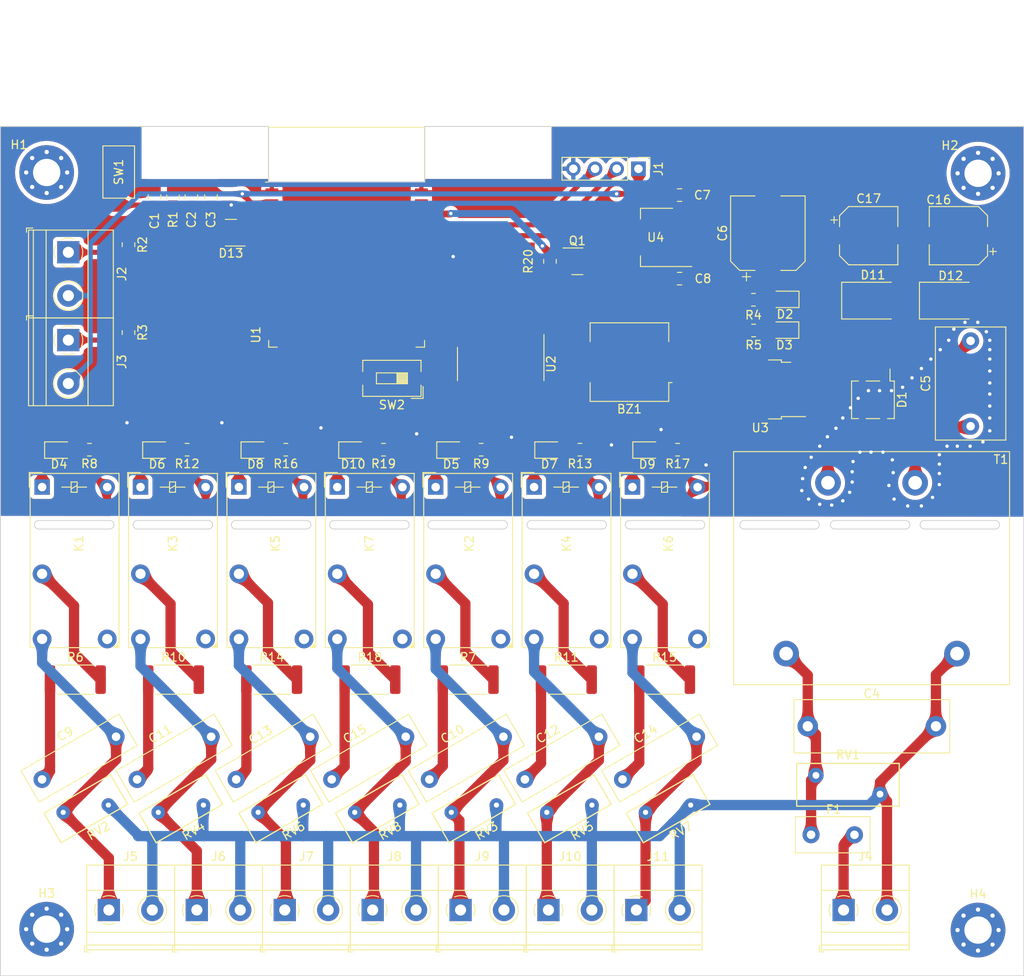
<source format=kicad_pcb>
(kicad_pcb (version 20221018) (generator pcbnew)
  (layers (0 "F.Cu" signal) (31 "B.Cu" signal) (34 "B.Paste" user) (35 "F.Paste" user) (36 "B.SilkS" user "B.Silkscreen") (37 "F.SilkS" user "F.Silkscreen") (38 "B.Mask" user) (39 "F.Mask" user) (44 "Edge.Cuts" user))
  (net 0 "")
  (net 1 "+5V")
  (net 2 "BUZZER")
  (net 3 "RST")
  (net 4 "GNDREF")
  (net 5 "+3V3")
  (net 6 "N")
  (net 7 "L")
  (net 8 "Net-(T1-SB)")
  (net 9 "Net-(T1-SA)")
  (net 10 "Net-(C9-Pad1)")
  (net 11 "L0")
  (net 12 "Net-(C10-Pad1)")
  (net 13 "L4")
  (net 14 "Net-(C11-Pad1)")
  (net 15 "L1")
  (net 16 "Net-(C12-Pad1)")
  (net 17 "L5")
  (net 18 "Net-(C13-Pad1)")
  (net 19 "L2")
  (net 20 "Net-(C14-Pad1)")
  (net 21 "L6")
  (net 22 "Net-(C15-Pad1)")
  (net 23 "L3")
  (net 24 "+12V")
  (net 25 "Net-(D1-+)")
  (net 26 "Net-(D2-A)")
  (net 27 "RELAY0")
  (net 28 "Net-(D3-A)")
  (net 29 "RELAY4")
  (net 30 "Net-(D4-A)")
  (net 31 "RELAY1")
  (net 32 "Net-(D5-A)")
  (net 33 "RELAY5")
  (net 34 "Net-(D6-A)")
  (net 35 "RELAY2")
  (net 36 "Net-(D7-A)")
  (net 37 "RELAY6")
  (net 38 "Net-(D8-A)")
  (net 39 "RELAY3")
  (net 40 "Net-(D9-A)")
  (net 41 "Net-(D10-A)")
  (net 42 "RXD0")
  (net 43 "TXD0")
  (net 44 "TEMP0")
  (net 45 "TEMP1")
  (net 46 "IO22")
  (net 47 "Net-(J4-Pin_1)")
  (net 48 "Net-(U1-IO0)")
  (net 64 "IO2")
  (net 66 "IO4")
  (net 67 "IO16")
  (net 68 "IO17")
  (net 69 "IO5")
  (net 70 "IO18")
  (net 71 "IO19")
  (net 73 "IO21")
  (net 76 "Net-(K1-Pad11)")
  (net 83 "Net-(K2-Pad11)")
  (net 84 "Net-(K3-Pad11)")
  (net 85 "Net-(K4-Pad11)")
  (net 86 "Net-(K5-Pad11)")
  (net 87 "Net-(K6-Pad11)")
  (net 88 "Net-(K7-Pad11)")
  (footprint "Capacitor_SMD:C_0805_2012Metric" (layer "F.Cu") (at 115.4575 60.42083 90)
    (fp_text reference "C3")
    (fp_text value "100nF")
  )
  (footprint "MountingHole:MountingHole_3.2mm_M3_Pad_Via" (layer "F.Cu") (at 96.2315 57.55583)
    (fp_text reference "H1")
    (fp_text value "MountingHole")
  )
  (footprint "Package_TO_SOT_SMD:TO-269AA" (layer "F.Cu") (at 192.9275 84.16983 -90)
    (fp_text reference "D1")
    (fp_text value "DB157S")
  )
  (footprint "Fuse:Fuse_Littelfuse_395Series" (layer "F.Cu") (at 185.6885 135.09683)
    (fp_text reference "F1")
    (fp_text value "MFS1630A - FUSE 6.3A 250V")
  )
  (footprint "Resistor_SMD:R_0805_2012Metric" (layer "F.Cu") (at 101.2335 90.01183 180)
    (fp_text reference "R8")
    (fp_text value "1K")
  )
  (footprint "LED_SMD:LED_0805_2012Metric" (layer "F.Cu") (at 109.149833 90.05683)
    (fp_text reference "D6")
    (fp_text value "Led_Green")
  )
  (footprint "Capacitor_SMD:C_0805_2012Metric" (layer "F.Cu") (at 113.1715 60.42083 90)
    (fp_text reference "C2")
    (fp_text value "10uF")
  )
  (footprint "Connector_PinHeader_2.54mm:PinHeader_1x04_P2.54mm_Vertical" (layer "F.Cu") (at 165.4855 57.11883 -90)
    (fp_text reference "J1")
    (fp_text value "UART")
  )
  (footprint "Resistor_SMD:R_2512_6332Metric" (layer "F.Cu") (at 134.063 116.93583)
    (fp_text reference "R18")
    (fp_text value "68R")
  )
  (footprint "TerminalBlock_Phoenix:TerminalBlock_Phoenix_MKDS-1,5-2-5.08_1x02_P5.08mm_Horizontal" (layer "F.Cu") (at 189.4935 143.91083)
    (fp_text reference "J4")
    (fp_text value "Conn_01x02")
  )
  (footprint "Resistor_SMD:R_0805_2012Metric" (layer "F.Cu") (at 147.0805 90.01183 180)
    (fp_text reference "R9")
    (fp_text value "1K")
  )
  (footprint "Resistor_SMD:R_0805_2012Metric" (layer "F.Cu") (at 124.2205 90.01183 180)
    (fp_text reference "R16")
    (fp_text value "1K")
  )
  (footprint "Capacitor_THT:C_Rect_L13.0mm_W4.0mm_P10.00mm_FKS3_FKP3_MKS4" (layer "F.Cu") (at 141.019373 128.61983 30)
    (fp_text reference "C10")
    (fp_text value "10nF")
  )
  (footprint "Resistor_SMD:R_0805_2012Metric" (layer "F.Cu") (at 112.6635 90.01183 180)
    (fp_text reference "R12")
    (fp_text value "1K")
  )
  (footprint "Varistor:RV_Disc_D12mm_W5mm_P7.5mm" (layer "F.Cu") (at 193.7565 130.34683 180)
    (fp_text reference "RV1")
    (fp_text value "Varistor")
  )
  (footprint "TerminalBlock_Phoenix:TerminalBlock_Phoenix_MKDS-1,5-2-5.08_1x02_P5.08mm_Horizontal" (layer "F.Cu") (at 98.7695 66.89783 -90)
    (fp_text reference "J2")
    (fp_text value "TEMP0")
  )
  (footprint "LED_SMD:LED_0805_2012Metric" (layer "F.Cu") (at 97.6775 90.05683)
    (fp_text reference "D4")
    (fp_text value "Led_Green")
  )
  (footprint "Varistor:RV_Disc_D9mm_W4mm_P5mm" (layer "F.Cu") (at 132.28331 132.476106 30)
    (fp_text reference "RV8")
    (fp_text value "Varistor")
  )
  (footprint "Capacitor_SMD:C_0805_2012Metric" (layer "F.Cu") (at 108.8535 60.42083 90)
    (fp_text reference "C1")
    (fp_text value "100nF")
  )
  (footprint "Capacitor_SMD:C_0805_2012Metric" (layer "F.Cu") (at 170.2985 60.20283)
    (fp_text reference "C7")
    (fp_text value "10uF 16V")
  )
  (footprint "Capacitor_SMD:C_0805_2012Metric" (layer "F.Cu") (at 170.2985 69.98183 180)
    (fp_text reference "C8")
    (fp_text value "10uF 16V")
  )
  (footprint "Resistor_SMD:R_0805_2012Metric" (layer "F.Cu") (at 105.8055 76.29583 90)
    (fp_text reference "R3")
    (fp_text value "10K")
  )
  (footprint "Button_Switch_SMD:SW_SPST_CK_RS282G05A3" (layer "F.Cu") (at 104.6625 57.49983 -90)
    (fp_text reference "SW1")
    (fp_text value "RESET")
  )
  (footprint "Varistor:RV_Disc_D9mm_W4mm_P5mm" (layer "F.Cu") (at 154.76231 132.476106 30)
    (fp_text reference "RV5")
    (fp_text value "Varistor")
  )
  (footprint "TerminalBlock_Phoenix:TerminalBlock_Phoenix_MKDS-1,5-2-5.08_1x02_P5.08mm_Horizontal" (layer "F.Cu") (at 103.5145 143.91083)
    (fp_text reference "J5")
    (fp_text value "Conn_01x02")
  )
  (footprint "TerminalBlock_Phoenix:TerminalBlock_Phoenix_MKDS-1,5-2-5.08_1x02_P5.08mm_Horizontal" (layer "F.Cu") (at 124.0935 143.91083)
    (fp_text reference "J7")
    (fp_text value "Conn_01x02")
  )
  (footprint "Varistor:RV_Disc_D9mm_W4mm_P5mm" (layer "F.Cu") (at 98.16731 132.476106 30)
    (fp_text reference "RV2")
    (fp_text value "Varistor")
  )
  (footprint "TerminalBlock_Phoenix:TerminalBlock_Phoenix_MKDS-1,5-2-5.08_1x02_P5.08mm_Horizontal" (layer "F.Cu") (at 134.3805 143.91083)
    (fp_text reference "J8")
    (fp_text value "Conn_01x02")
  )
  (footprint "Resistor_SMD:R_0805_2012Metric" (layer "F.Cu") (at 158.6375 90.01183 180)
    (fp_text reference "R13")
    (fp_text value "1K")
  )
  (footprint "Relay_THT:Relay_SPDT_Finder_32.21-x000" (layer "F.Cu") (at 164.786 94.39133 -90)
    (fp_text reference "K6")
    (fp_text value "FINDER-32.21-x000")
  )
  (footprint "Package_TO_SOT_SMD:TO-252-2" (layer "F.Cu") (at 179.7425 82.95583 180)
    (fp_text reference "U3")
    (fp_text value "L7805")
  )
  (footprint "Resistor_SMD:R_2512_6332Metric" (layer "F.Cu") (at 99.5825 116.93583)
    (fp_text reference "R6")
    (fp_text value "68R")
  )
  (footprint "Capacitor_THT:C_Rect_L13.0mm_W8.0mm_P10.00mm_FKS3_FKP3_MKS4" (layer "F.Cu") (at 204.3575 87.26483 90)
    (fp_text reference "C5")
    (fp_text value "220nF")
  )
  (footprint "Diode_SMD:D_SMB" (layer "F.Cu") (at 192.9315 72.55583)
    (fp_text reference "D11")
    (fp_text value "SS34")
  )
  (footprint "Relay_THT:Relay_SPDT_Finder_32.21-x000" (layer "F.Cu") (at 153.27133 94.39133 -90)
    (fp_text reference "K4")
    (fp_text value "FINDER-32.21-x000")
  )
  (footprint "Capacitor_THT:C_Rect_L13.0mm_W4.0mm_P10.00mm_FKS3_FKP3_MKS4" (layer "F.Cu") (at 163.625373 128.61983 30)
    (fp_text reference "C14")
    (fp_text value "10nF")
  )
  (footprint "Relay_THT:Relay_SPDT_Finder_32.21-x000" (layer "F.Cu") (at 130.241998 94.39133 -90)
    (fp_text reference "K7")
    (fp_text value "FINDER-32.21-x000")
  )
  (footprint "Relay_THT:Relay_SPDT_Finder_32.21-x000" (layer "F.Cu") (at 95.698 94.39133 -90)
    (fp_text reference "K1")
    (fp_text value "FINDER-32.21-x000")
  )
  (footprint "Relay_THT:Relay_SPDT_Finder_32.21-x000" (layer "F.Cu") (at 141.756664 94.39133 -90)
    (fp_text reference "K2")
    (fp_text value "FINDER-32.21-x000")
  )
  (footprint "Varistor:RV_Disc_D9mm_W4mm_P5mm" (layer "F.Cu") (at 120.98031 132.476106 30)
    (fp_text reference "RV6")
    (fp_text value "Varistor")
  )
  (footprint "LED_SMD:LED_0805_2012Metric" (layer "F.Cu") (at 120.6645 90.05683)
    (fp_text reference "D8")
    (fp_text value "Led_Green")
  )
  (footprint "Varistor:RV_Disc_D9mm_W4mm_P5mm" (layer "F.Cu") (at 143.58631 132.476106 30)
    (fp_text reference "RV3")
    (fp_text value "Varistor")
  )
  (footprint "Relay_THT:Relay_SPDT_Finder_32.21-x000" (layer "F.Cu") (at 107.212666 94.39133 -90)
    (fp_text reference "K3")
    (fp_text value "FINDER-32.21-x000")
  )
  (footprint "Capacitor_THT:C_Rect_L13.0mm_W4.0mm_P10.00mm_FKS3_FKP3_MKS4" (layer "F.Cu") (at 152.195373 128.61983 30)
    (fp_text reference "C12")
    (fp_text value "10nF")
  )
  (footprint "Package_TO_SOT_SMD:SOT-23" (layer "F.Cu") (at 117.794 64.60583 180)
    (fp_text reference "D13")
    (fp_text value "SM712_SOT23")
  )
  (footprint "Varistor:RV_Disc_D9mm_W4mm_P5mm" (layer "F.Cu") (at 166.31931 132.476106 30)
    (fp_text reference "RV7")
    (fp_text value "Varistor")
  )
  (footprint "Capacitor_SMD:CP_Elec_8x10.5" (layer "F.Cu") (at 180.6315 64.65583 90)
    (fp_text reference "C6")
    (fp_text value "220UF 25V")
  )
  (footprint "Buzzer_Beeper:Buzzer_CUI_CPT-9019S-SMT" (layer "F.Cu") (at 164.4315 79.75583 180)
    (fp_text reference "BZ1")
    (fp_text value "Buzzer")
  )
  (footprint "Resistor_SMD:R_0805_2012Metric" (layer "F.Cu") (at 155.1315 67.95583 -90)
    (fp_text reference "R20")
    (fp_text value "10K")
  )
  (footprint "MountingHole:MountingHole_3.2mm_M3_Pad_Via" (layer "F.Cu") (at 205.227702 146.258774)
    (fp_text reference "H4")
    (fp_text value "MountingHole")
  )
  (footprint "TerminalBlock_Phoenix:TerminalBlock_Phoenix_MKDS-1,5-2-5.08_1x02_P5.08mm_Horizontal" (layer "F.Cu") (at 154.9545 143.91083)
    (fp_text reference "J10")
    (fp_text value "Conn_01x02")
  )
  (footprint "Resistor_SMD:R_0805_2012Metric" (layer "F.Cu") (at 178.9455 72.45583 180)
    (fp_text reference "R4")
    (fp_text value "330R")
  )
  (footprint "Resistor_SMD:R_2512_6332Metric" (layer "F.Cu") (at 168.5435 116.93583)
    (fp_text reference "R15")
    (fp_text value "68R")
  )
  (footprint "TerminalBlock_Phoenix:TerminalBlock_Phoenix_MKDS-1,5-2-5.08_1x02_P5.08mm_Horizontal" (layer "F.Cu") (at 165.2415 143.91083)
    (fp_text reference "J11")
    (fp_text value "Conn_01x02")
  )
  (footprint "LED_SMD:LED_0805_2012Metric" (layer "F.Cu") (at 143.566832 90.05683)
    (fp_text reference "D5")
    (fp_text value "Led_Green")
  )
  (footprint "Capacitor_THT:C_Rect_L18.0mm_W6.0mm_P15.00mm_FKS3_FKP3" (layer "F.Cu") (at 200.3005 122.39683 180)
    (fp_text reference "C4")
    (fp_text value "100nF")
  )
  (footprint "RF_Module:ESP32-WROOM-32" (layer "F.Cu") (at 131.3325 68.12283)
    (fp_text reference "U1")
    (fp_text value "ESP32-WROOM-32D")
  )
  (footprint "MountingHole:MountingHole_3.2mm_M3_Pad_Via" (layer "F.Cu") (at 96.2315 146.15583)
    (fp_text reference "H3")
    (fp_text value "MountingHole")
  )
  (footprint "Package_TO_SOT_SMD:SOT-23" (layer "F.Cu") (at 158.3315 67.95583)
    (fp_text reference "Q1")
    (fp_text value "2N7002")
  )
  (footprint "Capacitor_SMD:CP_Elec_6.3x7.7" (layer "F.Cu") (at 202.9315 64.95583 180)
    (fp_text reference "C16")
    (fp_text value "22uF-50")
  )
  (footprint "Resistor_SMD:R_2512_6332Metric" (layer "F.Cu") (at 122.5695 116.93583)
    (fp_text reference "R14")
    (fp_text value "68R")
  )
  (footprint "Resistor_SMD:R_0805_2012Metric" (layer "F.Cu") (at 178.969 76.05683 180)
    (fp_text reference "R5")
    (fp_text value "330R")
  )
  (footprint "TerminalBlock_Phoenix:TerminalBlock_Phoenix_MKDS-1,5-2-5.08_1x02_P5.08mm_Horizontal" (layer "F.Cu") (at 144.6675 143.91083)
    (fp_text reference "J9")
    (fp_text value "Conn_01x02")
  )
  (footprint "TerminalBlock_Phoenix:TerminalBlock_Phoenix_MKDS-1,5-2-5.08_1x02_P5.08mm_Horizontal" (layer "F.Cu") (at 113.8065 143.91083)
    (fp_text reference "J6")
    (fp_text value "Conn_01x02")
  )
  (footprint "Resistor_SMD:R_2512_6332Metric" (layer "F.Cu") (at 157.05 116.93583)
    (fp_text reference "R11")
    (fp_text value "68R")
  )
  (footprint "LED_SMD:LED_0805_2012Metric" (layer "F.Cu") (at 132.094499 90.05683)
    (fp_text reference "D10")
    (fp_text value "Led_Green")
  )
  (footprint "gkhnmlym:ASLAN220-12VAC" (layer "F.Cu") (at 176.6185 117.53683)
    (fp_text reference "T1")
    (fp_text value "Transformer_1P_1S")
  )
  (footprint "Resistor_SMD:R_2512_6332Metric" (layer "F.Cu") (at 111.076 116.93583)
    (fp_text reference "R10")
    (fp_text value "68R")
  )
  (footprint "Resistor_SMD:R_0805_2012Metric" (layer "F.Cu") (at 111.0125 60.42083 90)
    (fp_text reference "R1")
    (fp_text value "10K")
  )
  (footprint "Resistor_SMD:R_2512_6332Metric" (layer "F.Cu") (at 145.5565 116.93583)
    (fp_text reference "R7")
    (fp_text value "68R")
  )
  (footprint "LED_SMD:LED_0805_2012Metric" (layer "F.Cu") (at 155.039165 90.05683)
    (fp_text reference "D7")
    (fp_text value "Led_Green")
  )
  (footprint "Resistor_SMD:R_0805_2012Metric" (layer "F.Cu") (at 135.6505 90.01183 180)
    (fp_text reference "R19")
    (fp_text value "1K")
  )
  (footprint "MountingHole:MountingHole_3.2mm_M3_Pad_Via" (layer "F.Cu") (at 205.234444 57.652886)
    (fp_text reference "H2")
    (fp_text value "MountingHole")
  )
  (footprint "LED_SMD:LED_0805_2012Metric" (layer "F.Cu") (at 182.5875 72.41083 180)
    (fp_text reference "D2")
    (fp_text value "Led_Blue")
  )
  (footprint "Button_Switch_SMD:SW_DIP_SPSTx01_Slide_6.7x4.1mm_W6.73mm_P2.54mm_LowProfile_JPin" (layer "F.Cu") (at 136.6315 81.65583 180)
    (fp_text reference "SW2")
    (fp_text value "BOOT")
  )
  (footprint "Capacitor_THT:C_Rect_L13.0mm_W4.0mm_P10.00mm_FKS3_FKP3_MKS4" (layer "F.Cu") (at 118.413373 128.61983 30)
    (fp_text reference "C13")
    (fp_text value "10nF")
  )
  (footprint "Package_TO_SOT_SMD:SOT-223-3_TabPin2" (layer "F.Cu") (at 167.6315 65.15583 180)
    (fp_text reference "U4")
    (fp_text value "AMS1117-3.3")
  )
  (footprint "Resistor_SMD:R_0805_2012Metric" (layer "F.Cu") (at 105.8055 66.00883 90)
    (fp_text reference "R2")
    (fp_text value "10K")
  )
  (footprint "Diode_SMD:D_SMB" (layer "F.Cu") (at 202.0315 72.55583)
    (fp_text reference "D12")
    (fp_text value "SMAJ12CA")
  )
  (footprint "Capacitor_SMD:CP_Elec_6.3x7.7" (layer "F.Cu") (at 192.4315 64.95583)
    (fp_text reference "C17")
    (fp_text value "100uF-35")
  )
  (footprint "TerminalBlock_Phoenix:TerminalBlock_Phoenix_MKDS-1,5-2-5.08_1x02_P5.08mm_Horizontal" (layer "F.Cu") (at 98.7695 77.17983 -90)
    (fp_text reference "J3")
    (fp_text value "TEMP1")
  )
  (footprint "Resistor_SMD:R_0805_2012Metric" (layer "F.Cu") (at 170.0675 90.01183 180)
    (fp_text reference "R17")
    (fp_text value "1K")
  )
  (footprint "Varistor:RV_Disc_D9mm_W4mm_P5mm" (layer "F.Cu") (at 109.29631 132.476106 30)
    (fp_text reference "RV4")
    (fp_text value "Varistor")
  )
  (footprint "Package_SO:SOIC-16_3.9x9.9mm_P1.27mm" (layer "F.Cu") (at 149.3665 79.97883 -90)
    (fp_text reference "U2")
    (fp_text value "ULN2003A")
  )
  (footprint "LED_SMD:LED_0805_2012Metric" (layer "F.Cu") (at 166.5115 90.05683)
    (fp_text reference "D9")
    (fp_text value "Led_Green")
  )
  (footprint "Capacitor_THT:C_Rect_L13.0mm_W4.0mm_P10.00mm_FKS3_FKP3_MKS4" (layer "F.Cu") (at 95.6925 128.61983 30)
    (fp_text reference "C9")
    (fp_text value "10nF")
  )
  (footprint "LED_SMD:LED_0805_2012Metric" (layer "F.Cu") (at 182.565 76.01183 180)
    (fp_text reference "D3")
    (fp_text value "Led_Green")
  )
  (footprint "Capacitor_THT:C_Rect_L13.0mm_W4.0mm_P10.00mm_FKS3_FKP3_MKS4" (layer "F.Cu") (at 129.589373 128.61983 30)
    (fp_text reference "C15")
    (fp_text value "10nF")
  )
  (footprint "Relay_THT:Relay_SPDT_Finder_32.21-x000" (layer "F.Cu") (at 118.727332 94.39133 -90)
    (fp_text reference "K5")
    (fp_text value "FINDER-32.21-x000")
  )
  (footprint "Capacitor_THT:C_Rect_L13.0mm_W4.0mm_P10.00mm_FKS3_FKP3_MKS4" (layer "F.Cu") (at 106.8215 128.61983 30)
    (fp_text reference "C11")
    (fp_text value "10nF")
  )
  (gr_arc (start 138.15 98.3) (mid 138.65 98.8) (end 138.15 99.3) (stroke (width 0.1)) (layer "Edge.Cuts"))
  (gr_line (start 198.95 98.3) (end 207.25 98.3) (stroke (width 0.1)) (layer "Edge.Cuts"))
  (gr_line (start 210.5805 151.60683) (end 90.8195 151.60683) (stroke (width 0.1)) (layer "Edge.Cuts"))
  (gr_arc (start 126.65 98.3) (mid 127.15 98.8) (end 126.65 99.3) (stroke (width 0.1)) (layer "Edge.Cuts"))
  (gr_arc (start 196.75 98.3) (mid 197.25 98.8) (end 196.75 99.3) (stroke (width 0.1)) (layer "Edge.Cuts"))
  (gr_arc (start 149.65 98.3) (mid 150.15 98.8) (end 149.65 99.3) (stroke (width 0.1)) (layer "Edge.Cuts"))
  (gr_line (start 161.25 99.3) (end 152.95 99.3) (stroke (width 0.1)) (layer "Edge.Cuts"))
  (gr_line (start 90.8195 151.60683) (end 90.8195 52.16583) (stroke (width 0.1)) (layer "Edge.Cuts"))
  (gr_line (start 129.85 98.3) (end 138.15 98.3) (stroke (width 0.1)) (layer "Edge.Cuts"))
  (gr_line (start 207.25 99.3) (end 198.95 99.3) (stroke (width 0.1)) (layer "Edge.Cuts"))
  (gr_line (start 177.85 98.3) (end 186.15 98.3) (stroke (width 0.1)) (layer "Edge.Cuts"))
  (gr_arc (start 207.25 98.3) (mid 207.75 98.8) (end 207.25 99.3) (stroke (width 0.1)) (layer "Edge.Cuts"))
  (gr_arc (start 152.95 99.3) (mid 152.45 98.8) (end 152.95 98.3) (stroke (width 0.1)) (layer "Edge.Cuts"))
  (gr_line (start 140.4765 52.16583) (end 140.4765 58.64283) (stroke (width 0.1)) (layer "Edge.Cuts"))
  (gr_arc (start 95.3 99.3) (mid 94.8 98.8) (end 95.3 98.3) (stroke (width 0.1)) (layer "Edge.Cuts"))
  (gr_line (start 196.75 99.3) (end 188.45 99.3) (stroke (width 0.1)) (layer "Edge.Cuts"))
  (gr_arc (start 177.85 99.3) (mid 177.35 98.8) (end 177.85 98.3) (stroke (width 0.1)) (layer "Edge.Cuts"))
  (gr_arc (start 161.25 98.3) (mid 161.75 98.8) (end 161.25 99.3) (stroke (width 0.1)) (layer "Edge.Cuts"))
  (gr_line (start 115.15 99.3) (end 106.85 99.3) (stroke (width 0.1)) (layer "Edge.Cuts"))
  (gr_arc (start 129.85 99.3) (mid 129.35 98.8) (end 129.85 98.3) (stroke (width 0.1)) (layer "Edge.Cuts"))
  (gr_line (start 141.35 98.3) (end 149.65 98.3) (stroke (width 0.1)) (layer "Edge.Cuts"))
  (gr_line (start 140.4765 52.16583) (end 210.5805 52.16583) (stroke (width 0.1)) (layer "Edge.Cuts"))
  (gr_arc (start 186.15 98.3) (mid 186.65 98.8) (end 186.15 99.3) (stroke (width 0.1)) (layer "Edge.Cuts"))
  (gr_arc (start 115.15 98.3) (mid 115.65 98.8) (end 115.15 99.3) (stroke (width 0.1)) (layer "Edge.Cuts"))
  (gr_arc (start 164.45 99.3) (mid 163.95 98.8) (end 164.45 98.3) (stroke (width 0.1)) (layer "Edge.Cuts"))
  (gr_line (start 186.15 99.3) (end 177.85 99.3) (stroke (width 0.1)) (layer "Edge.Cuts"))
  (gr_line (start 149.65 99.3) (end 141.35 99.3) (stroke (width 0.1)) (layer "Edge.Cuts"))
  (gr_line (start 95.3 98.3) (end 103.6 98.3) (stroke (width 0.1)) (layer "Edge.Cuts"))
  (gr_arc (start 198.95 99.3) (mid 198.45 98.8) (end 198.95 98.3) (stroke (width 0.1)) (layer "Edge.Cuts"))
  (gr_line (start 152.95 98.3) (end 161.25 98.3) (stroke (width 0.1)) (layer "Edge.Cuts"))
  (gr_line (start 138.15 99.3) (end 129.85 99.3) (stroke (width 0.1)) (layer "Edge.Cuts"))
  (gr_arc (start 188.45 99.3) (mid 187.95 98.8) (end 188.45 98.3) (stroke (width 0.1)) (layer "Edge.Cuts"))
  (gr_line (start 172.75 99.3) (end 164.45 99.3) (stroke (width 0.1)) (layer "Edge.Cuts"))
  (gr_arc (start 172.75 98.3) (mid 173.25 98.8) (end 172.75 99.3) (stroke (width 0.1)) (layer "Edge.Cuts"))
  (gr_line (start 118.35 98.3) (end 126.65 98.3) (stroke (width 0.1)) (layer "Edge.Cuts"))
  (gr_arc (start 106.85 99.3) (mid 106.35 98.8) (end 106.85 98.3) (stroke (width 0.1)) (layer "Edge.Cuts"))
  (gr_line (start 106.85 98.3) (end 115.15 98.3) (stroke (width 0.1)) (layer "Edge.Cuts"))
  (gr_line (start 93.2325 52.16583) (end 122.1885 52.16583) (stroke (width 0.1)) (layer "Edge.Cuts"))
  (gr_line (start 210.5805 52.16583) (end 210.5805 151.60683) (stroke (width 0.1)) (layer "Edge.Cuts"))
  (gr_line (start 122.1885 52.16583) (end 122.1885 58.64283) (stroke (width 0.1)) (layer "Edge.Cuts"))
  (gr_line (start 90.8195 52.16583) (end 93.2325 52.16583) (stroke (width 0.1)) (layer "Edge.Cuts"))
  (gr_line (start 126.65 99.3) (end 118.35 99.3) (stroke (width 0.1)) (layer "Edge.Cuts"))
  (gr_line (start 103.6 99.3) (end 95.3 99.3) (stroke (width 0.1)) (layer "Edge.Cuts"))
  (gr_arc (start 118.35 99.3) (mid 117.85 98.8) (end 118.35 98.3) (stroke (width 0.1)) (layer "Edge.Cuts"))
  (gr_line (start 188.45 98.3) (end 196.75 98.3) (stroke (width 0.1)) (layer "Edge.Cuts"))
  (gr_line (start 164.45 98.3) (end 172.75 98.3) (stroke (width 0.1)) (layer "Edge.Cuts"))
  (gr_arc (start 103.6 98.3) (mid 104.1 98.8) (end 103.6 99.3) (stroke (width 0.1)) (layer "Edge.Cuts"))
  (gr_arc (start 141.35 99.3) (mid 140.85 98.8) (end 141.35 98.3) (stroke (width 0.1)) (layer "Edge.Cuts"))
  (gr_line (start 140.4765 58.64283) (end 122.1885 58.64283) (stroke (width 0.1)) (layer "Edge.Cuts"))
  (segment (start 169.6315 78.55583) (end 168.4315 79.75583) (width 0.8) (layer "F.Cu") (net 1))
  (segment (start 182.9315 68.35583) (end 180.6315 68.35583) (width 0.8) (layer "F.Cu") (net 1))
  (segment (start 175.1315 62.85583) (end 170.7815 62.85583) (width 0.8) (layer "F.Cu") (net 1))
  (segment (start 185.8315 78.55583) (end 185.8315 71.25583) (width 0.8) (layer "F.Cu") (net 1))
  (segment (start 183.9425 80.67583) (end 183.9425 80.44483) (width 0.8) (layer "F.Cu") (net 1))
  (segment (start 170.7815 62.85583) (end 170.7815 60.66983) (width 0.8) (layer "F.Cu") (net 1))
  (segment (start 178.033 72.45583) (end 178.033 70.95433) (width 0.8) (layer "F.Cu") (net 1))
  (segment (start 185.8315 78.55583) (end 169.6315 78.55583) (width 0.8) (layer "F.Cu") (net 1))
  (segment (start 170.7815 60.66983) (end 171.2485 60.20283) (width 0.8) (layer "F.Cu") (net 1))
  (segment (start 185.8315 71.25583) (end 182.9315 68.35583) (width 0.8) (layer "F.Cu") (net 1))
  (segment (start 180.6315 68.35583) (end 175.1315 62.85583) (width 0.8) (layer "F.Cu") (net 1))
  (segment (start 183.9425 80.44483) (end 185.8315 78.55583) (width 0.8) (layer "F.Cu") (net 1))
  (segment (start 178.033 70.95433) (end 180.6315 68.35583) (width 0.8) (layer "F.Cu") (net 1))
  (segment (start 159.269 71.67183) (end 160.4315 72.83433) (width 0.8) (layer "F.Cu") (net 2))
  (segment (start 160.4315 72.83433) (end 160.4315 79.75583) (width 0.8) (layer "F.Cu") (net 2))
  (segment (start 159.269 67.95583) (end 159.269 71.67183) (width 0.8) (layer "F.Cu") (net 2))
  (segment (start 111.5315 62.55583) (end 122.4395 62.55583) (width 0.6) (layer "F.Cu") (net 3))
  (segment (start 108.8535 61.37083) (end 104.6915 61.37083) (width 0.6) (layer "F.Cu") (net 3))
  (segment (start 122.4395 62.55583) (end 122.5825 62.41283) (width 0.6) (layer "F.Cu") (net 3))
  (segment (start 104.6915 61.37083) (end 104.6625 61.39983) (width 0.6) (layer "F.Cu") (net 3))
  (segment (start 111.0125 61.33333) (end 111.0125 62.03683) (width 0.6) (layer "F.Cu") (net 3))
  (segment (start 111.0125 62.03683) (end 111.5315 62.55583) (width 0.6) (layer "F.Cu") (net 3))
  (segment (start 110.975 61.37083) (end 111.0125 61.33333) (width 0.6) (layer "F.Cu") (net 3))
  (segment (start 108.8535 61.37083) (end 110.975 61.37083) (width 0.6) (layer "F.Cu") (net 3))
  (segment (start 108.8535 59.47083) (end 106.9465 59.47083) (width 0.6) (layer "F.Cu") (net 4))
  (segment (start 106.9465 59.47083) (end 106.9315 59.45583) (width 0.6) (layer "F.Cu") (net 4))
  (segment (start 115.4575 61.37083) (end 113.1715 61.37083) (width 0.6) (layer "F.Cu") (net 4))
  (via (at 200.8 78.3) (size 0.8) (drill 0.4) (layers "F.Cu" "B.Cu") (net 4))
  (via (at 143.8 67.4) (size 0.8) (drill 0.4) (layers "F.Cu" "B.Cu") (net 4))
  (via (at 184.6 94.8) (size 0.8) (drill 0.4) (layers "F.Cu" "B.Cu") (net 4))
  (via (at 206.6 86.3) (size 0.8) (drill 0.4) (layers "F.Cu" "B.Cu") (net 4))
  (via (at 206.6 77.2) (size 0.8) (drill 0.4) (layers "F.Cu" "B.Cu") (net 4))
  (via (at 198.6 80.5) (size 0.8) (drill 0.4) (layers "F.Cu" "B.Cu") (net 4))
  (via (at 188.1 96.5) (size 0.8) (drill 0.4) (layers "F.Cu" "B.Cu") (net 4))
  (via (at 206.6 83.5) (size 0.8) (drill 0.4) (layers "F.Cu" "B.Cu") (net 4))
  (via (at 191.4 90.3) (size 0.8) (drill 0.4) (layers "F.Cu" "B.Cu") (net 4))
  (via (at 196.4 82.7) (size 0.8) (drill 0.4) (layers "F.Cu" "B.Cu") (net 4))
  (via (at 186.7 96.4) (size 0.8) (drill 0.4) (layers "F.Cu" "B.Cu") (net 4))
  (via (at 184.7 93.4) (size 0.8) (drill 0.4) (layers "F.Cu" "B.Cu") (net 4))
  (via (at 200.7 94.1) (size 0.8) (drill 0.4) (layers "F.Cu" "B.Cu") (net 4))
  (via (at 117.8315 61.35583) (size 0.8) (drill 0.4) (layers "F.Cu" "B.Cu") (net 4))
  (via (at 162.3315 89.45583) (size 0.8) (drill 0.4) (layers "F.Cu" "B.Cu") (net 4))
  (via (at 200.7 92.8) (size 0.8) (drill 0.4) (layers "F.Cu" "B.Cu") (net 4))
  (via (at 206.6 87.8) (size 0.8) (drill 0.4) (layers "F.Cu" "B.Cu") (net 4))
  (via (at 185.4 95.8) (size 0.8) (drill 0.4) (layers "F.Cu" "B.Cu") (net 4))
  (via (at 202.8 89.6) (size 0.8) (drill 0.4) (layers "F.Cu" "B.Cu") (net 4))
  (via (at 190.2 95) (size 0.8) (drill 0.4) (layers "F.Cu" "B.Cu") (net 4))
  (via (at 203.7 75.1) (size 0.8) (drill 0.4) (layers "F.Cu" "B.Cu") (net 4))
  (via (at 190.5 93.8) (size 0.8) (drill 0.4) (layers "F.Cu" "B.Cu") (net 4))
  (via (at 206.6 82.2) (size 0.8) (drill 0.4) (layers "F.Cu" "B.Cu") (net 4))
  (via (at 194.1 90.3) (size 0.8) (drill 0.4) (layers "F.Cu" "B.Cu") (net 4))
  (via (at 198.6 96.6) (size 0.8) (drill 0.4) (layers "F.Cu" "B.Cu") (net 4))
  (via (at 189.4 86.3) (size 0.8) (drill 0.4) (layers "F.Cu" "B.Cu") (net 4))
  (via (at 205.8 89.1) (size 0.8) (drill 0.4) (layers "F.Cu" "B.Cu") (net 4))
  (via (at 150.6315 88.55583) (size 0.8) (drill 0.4) (layers "F.Cu" "B.Cu") (net 4))
  (via (at 206.6 80.8) (size 0.8) (drill 0.4) (layers "F.Cu" "B.Cu") (net 4))
  (via (at 206.2 76.2) (size 0.8) (drill 0.4) (layers "F.Cu" "B.Cu") (net 4))
  (via (at 197 96.6) (size 0.8) (drill 0.4) (layers "F.Cu" "B.Cu") (net 4))
  (via (at 202.4 75.9) (size 0.8) (drill 0.4) (layers "F.Cu" "B.Cu") (net 4))
  (via (at 191.2 84) (size 0.8) (drill 0.4) (layers "F.Cu" "B.Cu") (net 4))
  (via (at 195.4 95.8) (size 0.8) (drill 0.4) (layers "F.Cu" "B.Cu") (net 4))
  (via (at 190.6 91.4) (size 0.8) (drill 0.4) (layers "F.Cu" "B.Cu") (net 4))
  (via (at 105.6315 86.85583) (size 0.8) (drill 0.4) (layers "F.Cu" "B.Cu") (net 4))
  (via (at 195.2 91.2) (size 0.8) (drill 0.4) (layers "F.Cu" "B.Cu") (net 4))
  (via (at 192.4 83.1) (size 0.8) (drill 0.4) (layers "F.Cu" "B.Cu") (net 4))
  (via (at 193.7 83.1) (size 0.8) (drill 0.4) (layers "F.Cu" "B.Cu") (net 4))
  (via (at 187.6 88.5) (size 0.8) (drill 0.4) (layers "F.Cu" "B.Cu") (net 4))
  (via (at 204.3 89.6) (size 0.8) (drill 0.4) (layers "F.Cu" "B.Cu") (net 4))
  (via (at 206.6 84.9) (size 0.8) (drill 0.4) (layers "F.Cu" "B.Cu") (net 4))
  (via (at 168.1315 87.65583) (size 0.8) (drill 0.4) (layers "F.Cu" "B.Cu") (net 4))
  (via (at 199.9 95.6) (size 0.8) (drill 0.4) (layers "F.Cu" "B.Cu") (net 4))
  (via (at 185.7 90.9) (size 0.8) (drill 0.4) (layers "F.Cu" "B.Cu") (net 4))
  (via (at 190.5 92.6) (size 0.8) (drill 0.4) (layers "F.Cu" "B.Cu") (net 4))
  (via (at 139.5315 88.15583) (size 0.8) (drill 0.4) (layers "F.Cu" "B.Cu") (net 4))
  (via (at 194.8 94.2) (size 0.8) (drill 0.4) (layers "F.Cu" "B.Cu") (net 4))
  (via (at 200.7 90.6) (size 0.8) (drill 0.4) (layers "F.Cu" "B.Cu") (net 4))
  (via (at 116.7315 86.85583) (size 0.8) (drill 0.4) (layers "F.Cu" "B.Cu") (net 4))
  (via (at 189.4 96) (size 0.8) (drill 0.4) (layers "F.Cu" "B.Cu") (net 4))
  (via (at 199.7 79.4) (size 0.8) (drill 0.4) (layers "F.Cu" "B.Cu") (net 4))
  (via (at 188.6 87.5) (size 0.8) (drill 0.4) (layers "F.Cu" "B.Cu") (net 4))
  (via (at 128.3315 87.45583) (size 0.8) (drill 0.4) (layers "F.Cu" "B.Cu") (net 4))
  (via (at 185 92.1) (size 0.8) (drill 0.4) (layers "F.Cu" "B.Cu") (net 4))
  (via (at 201.8 77.2) (size 0.8) (drill 0.4) (layers "F.Cu" "B.Cu") (net 4))
  (via (at 206.6 78.3) (size 0.8) (drill 0.4) (layers "F.Cu" "B.Cu") (net 4))
  (via (at 205.2 75.1) (size 0.8) (drill 0.4) (layers "F.Cu" "B.Cu") (net 4))
  (via (at 186.7 89.6) (size 0.8) (drill 0.4) (layers "F.Cu" "B.Cu") (net 4))
  (via (at 190.3 85.1) (size 0.8) (drill 0.4) (layers "F.Cu" "B.Cu") (net 4))
  (via (at 200.7 91.7) (size 0.8) (drill 0.4) (layers "F.Cu" "B.Cu") (net 4))
  (via (at 192.7 90.3) (size 0.8) (drill 0.4) (layers "F.Cu" "B.Cu") (net 4))
  (via (at 197.5 81.6) (size 0.8) (drill 0.4) (layers "F.Cu" "B.Cu") (net 4))
  (via (at 195.3 92.7) (size 0.8) (drill 0.4) (layers "F.Cu" "B.Cu") (net 4))
  (via (at 201.6 89.6) (size 0.8) (drill 0.4) (layers "F.Cu" "B.Cu") (net 4))
  (via (at 173.4 91.8) (size 0.8) (drill 0.4) (layers "F.Cu" "B.Cu") (net 4))
  (via (at 206.6 79.4) (size 0.8) (drill 0.4) (layers "F.Cu" "B.Cu") (net 4))
  (via (at 195.1 83.1) (size 0.8) (drill 0.4) (layers "F.Cu" "B.Cu") (net 4))
  (segment (start 165.4855 57.11883) (end 165.4855 60.05583) (width 0.6) (layer "F.Cu") (net 5))
  (segment (start 119.1315 60.05583) (end 116.0425 60.05583) (width 0.6) (layer "F.Cu") (net 5))
  (segment (start 119.1315 60.05583) (end 120.2185 61.14283) (width 0.6) (layer "F.Cu") (net 5))
  (segment (start 165.4855 64.15183) (end 164.4815 65.15583) (width 0.6) (layer "F.Cu") (net 5))
  (segment (start 115.4575 59.47083) (end 111.05 59.47083) (width 0.6) (layer "F.Cu") (net 5))
  (segment (start 169.3075 69.98183) (end 164.4815 65.15583) (width 0.8) (layer "F.Cu") (net 5))
  (segment (start 169.3485 69.98183) (end 169.3075 69.98183) (width 0.8) (layer "F.Cu") (net 5))
  (segment (start 171.4325 76.05683) (end 169.3485 73.97283) (width 0.8) (layer "F.Cu") (net 5))
  (segment (start 111.05 59.47083) (end 111.0125 59.50833) (width 0.6) (layer "F.Cu") (net 5))
  (segment (start 120.2185 61.14283) (end 122.5825 61.14283) (width 0.6) (layer "F.Cu") (net 5))
  (segment (start 178.0565 76.05683) (end 171.4325 76.05683) (width 0.8) (layer "F.Cu") (net 5))
  (segment (start 169.3485 73.97283) (end 169.3485 69.98183) (width 0.8) (layer "F.Cu") (net 5))
  (segment (start 165.4855 60.05583) (end 162.9315 60.05583) (width 0.6) (layer "F.Cu") (net 5))
  (segment (start 116.0425 60.05583) (end 115.4575 59.47083) (width 0.6) (layer "F.Cu") (net 5))
  (segment (start 170.7815 65.15583) (end 164.4815 65.15583) (width 0.8) (layer "F.Cu") (net 5))
  (segment (start 165.4855 60.05583) (end 165.4855 64.15183) (width 0.6) (layer "F.Cu") (net 5))
  (via (at 162.9315 60.05583) (size 0.8) (drill 0.4) (layers "F.Cu" "B.Cu") (net 5))
  (via (at 119.1315 60.05583) (size 0.8) (drill 0.4) (layers "F.Cu" "B.Cu") (net 5))
  (segment (start 162.9315 60.05583) (end 119.1315 60.05583) (width 0.6) (layer "B.Cu") (net 5))
  (segment (start 119.1315 60.05583) (end 107.1315 60.05583) (width 0.6) (layer "B.Cu") (net 5))
  (segment (start 101.3315 79.69783) (end 98.7695 82.25983) (width 0.6) (layer "B.Cu") (net 5))
  (segment (start 98.7695 71.97783) (end 101.2095 71.97783) (width 0.6) (layer "B.Cu") (net 5))
  (segment (start 101.2095 71.97783) (end 101.3315 71.85583) (width 0.6) (layer "B.Cu") (net 5))
  (segment (start 107.1315 60.05583) (end 101.3315 65.85583) (width 0.6) (layer "B.Cu") (net 5))
  (segment (start 101.3315 65.85583) (end 101.3315 71.85583) (width 0.6) (layer "B.Cu") (net 5))
  (segment (start 101.3315 71.85583) (end 101.3315 79.69783) (width 0.6) (layer "B.Cu") (net 5))
  (segment (start 194.5735 131.16383) (end 193.7565 130.34683) (width 1.2) (layer "F.Cu") (net 6))
  (segment (start 200.3005 122.39683) (end 200.3005 116.35483) (width 1.2) (layer "F.Cu") (net 6))
  (segment (start 194.5735 143.91083) (end 194.5735 131.16383) (width 1.2) (layer "F.Cu") (net 6))
  (segment (start 200.3005 116.35483) (end 202.7685 113.88683) (width 1.2) (layer "F.Cu") (net 6))
  (segment (start 193.7565 128.94083) (end 200.3005 122.39683) (width 1.2) (layer "F.Cu") (net 6))
  (segment (start 193.7565 130.34683) (end 193.7565 128.94083) (width 1.2) (layer "F.Cu") (net 6))
  (segment (start 148.866437 131.621554) (end 148.866437 135.220893) (width 1.2) (layer "B.Cu") (net 6))
  (segment (start 148.8315 135.25583) (end 149.7315 135.25583) (width 1.2) (layer "B.Cu") (net 6))
  (segment (start 126.2315 135.25583) (end 128.9315 135.25583) (width 1.2) (layer "B.Cu") (net 6))
  (segment (start 106.9315 135.105617) (end 106.9315 135.25583) (width 1.2) (layer "B.Cu") (net 6))
  (segment (start 192.481776 131.621554) (end 171.599437 131.621554) (width 1.2) (layer "B.Cu") (net 6))
  (segment (start 108.1315 135.25583) (end 114.6315 135.25583) (width 1.2) (layer "B.Cu") (net 6))
  (segment (start 103.447437 131.621554) (end 106.9315 135.105617) (width 1.2) (layer "B.Cu") (net 6))
  (segment (start 160.042437 135.144893) (end 159.9315 135.25583) (width 1.2) (layer "B.Cu") (net 6))
  (segment (start 126.260437 131.621554) (end 126.260437 135.226893) (width 1.2) (layer "B.Cu") (net 6))
  (segment (start 126.260437 135.226893) (end 126.2315 135.25583) (width 1.2) (layer "B.Cu") (net 6))
  (segment (start 108.1315 135.25583) (end 108.5945 135.71883) (width 1.2) (layer "B.Cu") (net 6))
  (segment (start 114.576437 135.200767) (end 114.6315 135.25583) (width 1.2) (layer "B.Cu") (net 6))
  (segment (start 106.9315 135.25583) (end 108.1315 135.25583) (width 1.2) (layer "B.Cu") (net 6))
  (segment (start 148.866437 135.220893) (end 148.8315 135.25583) (width 1.2) (layer "B.Cu") (net 6))
  (segment (start 137.5315 135.25583) (end 139.7315 135.25583) (width 1.2) (layer "B.Cu") (net 6))
  (segment (start 193.7565 130.34683) (end 192.481776 131.621554) (width 1.2) (layer "B.Cu") (net 6))
  (segment (start 108.5945 135.71883) (end 108.5945 143.91083) (width 1.2) (layer "B.Cu") (net 6))
  (segment (start 118.8865 135.40083) (end 118.8865 143.91083) (width 1.2) (layer "B.Cu") (net 6))
  (segment (start 169.49833 133.72266) (end 171.599437 131.621554) (width 1.2) (layer "B.Cu") (net 6))
  (segment (start 149.7475 135.27183) (end 149.7475 143.91083) (width 1.2) (layer "B.Cu") (net 6))
  (segment (start 119.0315 135.25583) (end 118.8865 135.40083) (width 1.2) (layer "B.Cu") (net 6))
  (segment (start 160.042437 135.144893) (end 160.0345 135.15283) (width 1.2) (layer "B.Cu") (net 6))
  (segment (start 167.965161 135.25583) (end 169.49833 133.72266) (width 1.2) (layer "B.Cu") (net 6))
  (segment (start 149.7315 135.25583) (end 149.7475 135.27183) (width 1.2) (layer "B.Cu") (net 6))
  (segment (start 128.9315 135.25583) (end 137.5315 135.25583) (width 1.2) (layer "B.Cu") (net 6))
  (segment (start 159.9315 135.25583) (end 167.965161 135.25583) (width 1.2) (layer "B.Cu") (net 6))
  (segment (start 149.7315 135.25583) (end 159.9315 135.25583) (width 1.2) (layer "B.Cu") (net 6))
  (segment (start 139.7315 135.25583) (end 148.8315 135.25583) (width 1.2) (layer "B.Cu") (net 6))
  (segment (start 129.1735 135.49783) (end 129.1735 143.91083) (width 1.2) (layer "B.Cu") (net 6))
  (segment (start 139.4605 135.52683) (end 139.4605 143.91083) (width 1.2) (layer "B.Cu") (net 6))
  (segment (start 169.49833 133.72266) (end 170.3215 134.54583) (width 1.2) (layer "B.Cu") (net 6))
  (segment (start 137.563437 135.223893) (end 137.5315 135.25583) (width 1.2) (layer "B.Cu") (net 6))
  (segment (start 160.042437 131.621554) (end 160.042437 135.144893) (width 1.2) (layer "B.Cu") (net 6))
  (segment (start 128.9315 135.25583) (end 129.1735 135.49783) (width 1.2) (layer "B.Cu") (net 6))
  (segment (start 114.6315 135.25583) (end 119.0315 135.25583) (width 1.2) (layer "B.Cu") (net 6))
  (segment (start 114.576437 131.621554) (end 114.576437 135.200767) (width 1.2) (layer "B.Cu") (net 6))
  (segment (start 160.0345 135.15283) (end 160.0345 143.91083) (width 1.2) (layer "B.Cu") (net 6))
  (segment (start 170.3215 134.54583) (end 170.3215 143.91083) (width 1.2) (layer "B.Cu") (net 6))
  (segment (start 119.0315 135.25583) (end 126.2315 135.25583) (width 1.2) (layer "B.Cu") (net 6))
  (segment (start 137.563437 131.621554) (end 137.563437 135.223893) (width 1.2) (layer "B.Cu") (net 6))
  (segment (start 139.7315 135.25583) (end 139.4605 135.52683) (width 1.2) (layer "B.Cu") (net 6))
  (segment (start 185.3005 122.39683) (end 185.3005 116.41883) (width 1.2) (layer "F.Cu") (net 7))
  (segment (start 186.2565 128.14683) (end 186.2565 123.35283) (width 1.2) (layer "F.Cu") (net 7))
  (segment (start 185.6885 135.09683) (end 185.6885 128.71483) (width 1.2) (layer "F.Cu") (net 7))
  (segment (start 185.3005 116.41883) (end 182.7685 113.88683) (width 1.2) (layer "F.Cu") (net 7))
  (segment (start 186.2565 123.35283) (end 185.3005 122.39683) (width 1.2) (layer "F.Cu") (net 7))
  (segment (start 185.6885 128.71483) (end 186.2565 128.14683) (width 1.2) (layer "F.Cu") (net 7))
  (segment (start 201.4285 87.35583) (end 204.2665 87.35583) (width 1.2) (layer "F.Cu") (net 8))
  (segment (start 197.8685 90.91583) (end 194.1975 87.24483) (width 1.2) (layer "F.Cu") (net 8))
  (segment (start 197.8685 90.91583) (end 201.4285 87.35583) (width 1.2) (layer "F.Cu") (net 8))
  (segment (start 204.2665 87.35583) (end 204.3575 87.26483) (width 1.2) (layer "F.Cu") (net 8))
  (segment (start 197.8685 93.88683) (end 197.8685 90.91583) (width 1.2) (layer "F.Cu") (net 8))
  (segment (start 191.6575 86.27233) (end 193.22983 84.7) (width 1.2) (layer "F.Cu") (net 9))
  (segment (start 193.22983 84.7) (end 196.92233 84.7) (width 1.2) (layer "F.Cu") (net 9))
  (segment (start 191.6575 87.24483) (end 191.6575 86.27233) (width 1.2) (layer "F.Cu") (net 9))
  (segment (start 187.6685 93.88683) (end 187.6685 91.23383) (width 1.2) (layer "F.Cu") (net 9))
  (segment (start 187.6685 91.23383) (end 191.6575 87.24483) (width 1.2) (layer "F.Cu") (net 9))
  (segment (start 196.92233 84.7) (end 204.3575 77.26483) (width 1.2) (layer "F.Cu") (net 9))
  (segment (start 95.6925 128.59483) (end 95.6925 128.61983) (width 1.2) (layer "F.Cu") (net 10))
  (segment (start 96.62 116.93583) (end 96.62 127.66733) (width 1.2) (layer "F.Cu") (net 10))
  (segment (start 96.62 127.66733) (end 95.6925 128.59483) (width 1.2) (layer "F.Cu") (net 10))
  (segment (start 103.5145 143.91083) (end 103.5145 137.823296) (width 1.2) (layer "F.Cu") (net 11))
  (segment (start 104.352754 123.61983) (end 104.352754 126.290662) (width 1.2) (layer "F.Cu") (net 11))
  (segment (start 104.352754 126.290662) (end 98.16731 132.476106) (width 1.2) (layer "F.Cu") (net 11))
  (segment (start 103.5145 137.823296) (end 98.16731 132.476106) (width 1.2) (layer "F.Cu") (net 11))
  (segment (start 95.698 114.965076) (end 104.352754 123.61983) (width 1.2) (layer "B.Cu") (net 11))
  (segment (start 95.698 112.17133) (end 95.698 114.965076) (width 1.2) (layer "B.Cu") (net 11))
  (segment (start 142.594 116.93583) (end 142.594 127.045203) (width 1.2) (layer "F.Cu") (net 12))
  (segment (start 142.594 127.045203) (end 141.019373 128.61983) (width 1.2) (layer "F.Cu") (net 12))
  (segment (start 144.5315 143.77483) (end 144.6675 143.91083) (width 1.2) (layer "F.Cu") (net 13))
  (segment (start 144.5315 133.421296) (end 144.5315 143.77483) (width 1.2) (layer "F.Cu") (net 13))
  (segment (start 149.679627 123.61983) (end 149.679627 126.382789) (width 1.2) (layer "F.Cu") (net 13))
  (segment (start 143.58631 132.476106) (end 144.5315 133.421296) (width 1.2) (layer "F.Cu") (net 13))
  (segment (start 149.679627 126.382789) (end 143.58631 132.476106) (width 1.2) (layer "F.Cu") (net 13))
  (segment (start 141.756664 112.17133) (end 141.756664 115.696867) (width 1.2) (layer "B.Cu") (net 13))
  (segment (start 141.756664 115.696867) (end 149.679627 123.61983) (width 1.2) (layer "B.Cu") (net 13))
  (segment (start 108.1135 127.32783) (end 106.8215 128.61983) (width 1.2) (layer "F.Cu") (net 14))
  (segment (start 108.1135 116.93583) (end 108.1135 127.32783) (width 1.2) (layer "F.Cu") (net 14))
  (segment (start 115.481754 126.290662) (end 109.29631 132.476106) (width 1.2) (layer "F.Cu") (net 15))
  (segment (start 115.481754 123.61983) (end 115.481754 126.290662) (width 1.2) (layer "F.Cu") (net 15))
  (segment (start 113.8065 143.91083) (end 113.8065 136.986296) (width 1.2) (layer "F.Cu") (net 15))
  (segment (start 113.8065 136.986296) (end 109.29631 132.476106) (width 1.2) (layer "F.Cu") (net 15))
  (segment (start 107.212666 112.17133) (end 107.212666 115.350742) (width 1.2) (layer "B.Cu") (net 15))
  (segment (start 107.212666 115.350742) (end 115.481754 123.61983) (width 1.2) (layer "B.Cu") (net 15))
  (segment (start 154.0875 126.727703) (end 152.195373 128.61983) (width 1.2) (layer "F.Cu") (net 16))
  (segment (start 154.0875 116.93583) (end 154.0875 126.727703) (width 1.2) (layer "F.Cu") (net 16))
  (segment (start 154.76231 143.71864) (end 154.9545 143.91083) (width 1.2) (layer "F.Cu") (net 17))
  (segment (start 154.76231 132.476106) (end 154.76231 143.71864) (width 1.2) (layer "F.Cu") (net 17))
  (segment (start 160.855627 123.61983) (end 160.855627 126.382789) (width 1.2) (layer "F.Cu") (net 17))
  (segment (start 160.855627 126.382789) (end 154.76231 132.476106) (width 1.2) (layer "F.Cu") (net 17))
  (segment (start 153.27133 116.035533) (end 160.855627 123.61983) (width 1.2) (layer "B.Cu") (net 17))
  (segment (start 153.27133 112.17133) (end 153.27133 116.035533) (width 1.2) (layer "B.Cu") (net 17))
  (segment (start 119.607 127.426203) (end 118.413373 128.61983) (width 1.2) (layer "F.Cu") (net 18))
  (segment (start 119.607 116.93583) (end 119.607 127.426203) (width 1.2) (layer "F.Cu") (net 18))
  (segment (start 120.98031 132.476106) (end 124.2315 135.727296) (width 1.2) (layer "F.Cu") (net 19))
  (segment (start 124.2315 143.77283) (end 124.0935 143.91083) (width 1.2) (layer "F.Cu") (net 19))
  (segment (start 127.073627 123.61983) (end 127.073627 126.382789) (width 1.2) (layer "F.Cu") (net 19))
  (segment (start 124.2315 135.727296) (end 124.2315 143.77283) (width 1.2) (layer "F.Cu") (net 19))
  (segment (start 127.073627 126.382789) (end 120.98031 132.476106) (width 1.2) (layer "F.Cu") (net 19))
  (segment (start 118.727332 112.17133) (end 118.727332 115.273535) (width 1.2) (layer "B.Cu") (net 19))
  (segment (start 118.727332 115.273535) (end 127.073627 123.61983) (width 1.2) (layer "B.Cu") (net 19))
  (segment (start 165.581 116.93583) (end 165.581 126.664203) (width 1.2) (layer "F.Cu") (net 20))
  (segment (start 165.581 126.664203) (end 163.625373 128.61983) (width 1.2) (layer "F.Cu") (net 20))
  (segment (start 172.285627 126.509789) (end 166.31931 132.476106) (width 1.2) (layer "F.Cu") (net 21))
  (segment (start 166.31931 142.83302) (end 165.2415 143.91083) (width 1.2) (layer "F.Cu") (net 21))
  (segment (start 172.285627 123.61983) (end 172.285627 126.509789) (width 1.2) (layer "F.Cu") (net 21))
  (segment (start 166.31931 132.476106) (end 166.31931 142.83302) (width 1.2) (layer "F.Cu") (net 21))
  (segment (start 164.786 116.120203) (end 172.285627 123.61983) (width 1.2) (layer "B.Cu") (net 21))
  (segment (start 164.786 112.17133) (end 164.786 116.120203) (width 1.2) (layer "B.Cu") (net 21))
  (segment (start 131.1005 116.93583) (end 131.1005 127.108703) (width 1.2) (layer "F.Cu") (net 22))
  (segment (start 131.1005 127.108703) (end 129.589373 128.61983) (width 1.2) (layer "F.Cu") (net 22))
  (segment (start 134.5315 143.75983) (end 134.3805 143.91083) (width 1.2) (layer "F.Cu") (net 23))
  (segment (start 138.249627 126.509789) (end 132.28331 132.476106) (width 1.2) (layer "F.Cu") (net 23))
  (segment (start 138.249627 123.61983) (end 138.249627 126.509789) (width 1.2) (layer "F.Cu") (net 23))
  (segment (start 132.28331 132.476106) (end 134.5315 134.724296) (width 1.2) (layer "F.Cu") (net 23))
  (segment (start 134.5315 134.724296) (end 134.5315 143.75983) (width 1.2) (layer "F.Cu") (net 23))
  (segment (start 130.241998 115.612201) (end 138.249627 123.61983) (width 1.2) (layer "B.Cu") (net 23))
  (segment (start 130.241998 112.17133) (end 130.241998 115.612201) (width 1.2) (layer "B.Cu") (net 23))
  (segment (start 115.8315 97.35583) (end 127.5315 97.35583) (width 0.8) (layer "F.Cu") (net 24))
  (segment (start 126.347332 96.171662) (end 127.5315 97.35583) (width 0.8) (layer "F.Cu") (net 24))
  (segment (start 144.9215 80.66583) (end 145.5315 80.05583) (width 0.6) (layer "F.Cu") (net 24))
  (segment (start 170.6415 96.15583) (end 172.406 94.39133) (width 0.8) (layer "F.Cu") (net 24))
  (segment (start 170.98 92.96533) (end 172.406 94.39133) (width 0.6) (layer "F.Cu") (net 24))
  (segment (start 104.8315 97.35583) (end 115.8315 97.35583) (width 0.8) (layer "F.Cu") (net 24))
  (segment (start 170.98 90.01183) (end 174.7315 90.01183) (width 0.8) (layer "F.Cu") (net 24))
  (segment (start 149.376664 96.000994) (end 150.7315 97.35583) (width 0.8) (layer "F.Cu") (net 24))
  (segment (start 137.861998 94.39133) (end 137.861998 96.186328) (width 0.8) (layer "F.Cu") (net 24))
  (segment (start 159.55 93.05) (end 160.89133 94.39133) (width 0.6) (layer "F.Cu") (net 24))
  (segment (start 188.8315 64.95583) (end 188.0315 65.75583) (width 1.2) (layer "F.Cu") (net 24))
  (segment (start 188.0315 81.85583) (end 184.6515 85.23583) (width 1.2) (layer "F.Cu") (net 24))
  (segment (start 162.1315 97.35583) (end 169.4315 97.35583) (width 0.8) (layer "F.Cu") (net 24))
  (segment (start 174.7315 90.01183) (end 177.8875 90.01183) (width 0.8) (layer "F.Cu") (net 24))
  (segment (start 188.0315 65.75583) (end 188.0315 81.85583) (width 1.2) (layer "F.Cu") (net 24))
  (segment (start 189.7315 64.95583) (end 188.8315 64.95583) (width 1.2) (layer "F.Cu") (net 24))
  (segment (start 190.7815 72.55583) (end 190.7815 66.00583) (width 1.2) (layer "F.Cu") (net 24))
  (segment (start 127.5315 97.35583) (end 139.0315 97.35583) (width 0.8) (layer "F.Cu") (net 24))
  (segment (start 170.1315 85.55583) (end 174.5875 90.01183) (width 0.6) (layer "F.Cu") (net 24))
  (segment (start 173.596 94.39133) (end 177.9315 90.05583) (width 0.8) (layer "F.Cu") (net 24))
  (segment (start 169.4315 97.35583) (end 170.6315 96.15583) (width 0.8) (layer "F.Cu") (net 24))
  (segment (start 156.6315 84.15583) (end 158.0315 85.55583) (width 0.6) (layer "F.Cu") (net 24))
  (segment (start 125.133 93.176998) (end 126.347332 94.39133) (width 0.6) (layer "F.Cu") (net 24))
  (segment (start 113.576 93.134664) (end 114.832666 94.39133) (width 0.6) (layer "F.Cu") (net 24))
  (segment (start 137.861998 96.186328) (end 139.0315 97.35583) (width 0.8) (layer "F.Cu") (net 24))
  (segment (start 147.993 93.007666) (end 149.376664 94.39133) (width 0.6) (layer "F.Cu") (net 24))
  (segment (start 149.376664 94.39133) (end 149.376664 96.000994) (width 0.8) (layer "F.Cu") (net 24))
  (segment (start 113.576 90.01183) (end 113.576 93.134664) (width 0.6) (layer "F.Cu") (net 24))
  (segment (start 150.7315 97.35583) (end 162.1315 97.35583) (width 0.8) (layer "F.Cu") (net 24))
  (segment (start 172.406 94.39133) (end 173.596 94.39133) (width 0.8) (layer "F.Cu") (net 24))
  (segment (start 177.8875 90.01183) (end 177.9315 90.05583) (width 0.8) (layer "F.Cu") (net 24))
  (segment (start 144.9215 82.45383) (end 144.9215 80.66583) (width 0.6) (layer "F.Cu") (net 24))
  (segment (start 181.84417 90.05583) (end 183.9425 87.9575) (width 0.8) (layer "F.Cu") (net 24))
  (segment (start 160.89133 96.11566) (end 162.1315 97.35583) (width 0.8) (layer "F.Cu") (net 24))
  (segment (start 190.7815 66.00583) (end 189.7315 64.95583) (width 1.2) (layer "F.Cu") (net 24))
  (segment (start 160.89133 94.39133) (end 160.89133 96.11566) (width 0.8) (layer "F.Cu") (net 24))
  (segment (start 114.832666 96.356996) (end 115.8315 97.35583) (width 0.8) (layer "F.Cu") (net 24))
  (segment (start 114.832666 94.39133) (end 114.832666 96.356996) (width 0.8) (layer "F.Cu") (net 24))
  (segment (start 103.318 94.39133) (end 103.318 95.84233) (width 0.8) (layer "F.Cu") (net 24))
  (segment (start 170.6315 96.15583) (end 170.6415 96.15583) (width 0.8) (layer "F.Cu") (net 24))
  (segment (start 183.9425 87.9575) (end 183.9425 85.23583) (width 0.8) (layer "F.Cu") (net 24))
  (segment (start 174.5875 90.01183) (end 174.7315 90.01183) (width 0.6) (layer "F.Cu") (net 24))
  (segment (start 125.133 90.01183) (end 125.133 93.176998) (width 0.6) (layer "F.Cu") (net 24))
  (segment (start 159.55 90.01183) (end 159.55 93.05) (width 0.6) (layer "F.Cu") (net 24))
  (segment (start 177.9315 90.05583) (end 181.84417 90.05583) (width 0.8) (layer "F.Cu") (net 24))
  (segment (start 136.563 93.092332) (end 137.861998 94.39133) (width 0.6) (layer "F.Cu") (net 24))
  (segment (start 147.993 90.01183) (end 147.993 93.007666) (width 0.6) (layer "F.Cu") (net 24))
  (segment (start 136.563 90.01183) (end 136.563 93.092332) (width 0.6) (layer "F.Cu") (net 24))
  (segment (start 155.2315 80.05583) (end 156.6315 81.45583) (width 0.6) (layer "F.Cu") (net 24))
  (segment (start 158.0315 85.55583) (end 170.1315 85.55583) (width 0.6) (layer "F.Cu") (net 24))
  (segment (start 102.146 90.01183) (end 102.146 93.21933) (width 0.6) (layer "F.Cu") (net 24))
  (segment (start 170.98 90.01183) (end 170.98 92.96533) (width 0.6) (layer "F.Cu") (net 24))
  (segment (start 145.5315 80.05583) (end 155.2315 80.05583) (width 0.6) (layer "F.Cu") (net 24))
  (segment (start 102.146 93.21933) (end 103.318 94.39133) (width 0.6) (layer "F.Cu") (net 24))
  (segment (start 139.0315 97.35583) (end 150.7315 97.35583) (width 0.8) (layer "F.Cu") (net 24))
  (segment (start 184.6515 85.23583) (end 183.9425 85.23583) (width 1.2) (layer "F.Cu") (net 24))
  (segment (start 103.318 95.84233) (end 104.8315 97.35583) (width 0.8) (layer "F.Cu") (net 24))
  (segment (start 126.347332 94.39133) (end 126.347332 96.171662) (width 0.8) (layer "F.Cu") (net 24))
  (segment (start 156.6315 81.45583) (end 156.6315 84.15583) (width 0.6) (layer "F.Cu") (net 24))
  (segment (start 199.8815 72.55583) (end 199.8815 65.30583) (width 1.2) (layer "F.Cu") (net 25))
  (segment (start 199.8815 65.30583) (end 200.2315 64.95583) (width 1.2) (layer "F.Cu") (net 25))
  (segment (start 194.1975 81.09483) (end 194.1975 73.43983) (width 1.2) (layer "F.Cu") (net 25))
  (segment (start 199.8815 72.55583) (end 195.0815 72.55583) (width 1.2) (layer "F.Cu") (net 25))
  (segment (start 194.1975 73.43983) (end 195.0815 72.55583) (width 1.2) (layer "F.Cu") (net 25))
  (segment (start 179.858 72.45583) (end 181.605 72.45583) (width 0.8) (layer "F.Cu") (net 26))
  (segment (start 181.605 72.45583) (end 181.65 72.41083) (width 0.8) (layer "F.Cu") (net 26))
  (segment (start 95.698 91.09883) (end 96.74 90.05683) (width 0.6) (layer "F.Cu") (net 27))
  (segment (start 146.1915 82.45383) (end 146.1915 83.79583) (width 0.6) (layer "F.Cu") (net 27))
  (segment (start 95.698 94.39133) (end 95.698 91.09883) (width 0.6) (layer "F.Cu") (net 27))
  (segment (start 96.74 88.74733) (end 96.74 90.05683) (width 0.6) (layer "F.Cu") (net 27))
  (segment (start 101.1315 84.35583) (end 96.74 88.74733) (width 0.6) (layer "F.Cu") (net 27))
  (segment (start 146.1915 83.79583) (end 145.6315 84.35583) (width 0.6) (layer "F.Cu") (net 27))
  (segment (start 145.6315 84.35583) (end 101.1315 84.35583) (width 0.6) (layer "F.Cu") (net 27))
  (segment (start 179.8815 76.05683) (end 181.5825 76.05683) (width 0.8) (layer "F.Cu") (net 28))
  (segment (start 181.5825 76.05683) (end 181.6275 76.01183) (width 0.8) (layer "F.Cu") (net 28))
  (segment (start 151.2715 82.45383) (end 151.2715 83.241312) (width 0.6) (layer "F.Cu") (net 29))
  (segment (start 145.130332 87.55583) (end 142.629332 90.05683) (width 0.6) (layer "F.Cu") (net 29))
  (segment (start 141.756664 90.929498) (end 142.629332 90.05683) (width 0.6) (layer "F.Cu") (net 29))
  (segment (start 151.2715 83.241312) (end 146.956982 87.55583) (width 0.6) (layer "F.Cu") (net 29))
  (segment (start 146.956982 87.55583) (end 145.130332 87.55583) (width 0.6) (layer "F.Cu") (net 29))
  (segment (start 141.756664 94.39133) (end 141.756664 90.929498) (width 0.6) (layer "F.Cu") (net 29))
  (segment (start 98.66 90.01183) (end 98.615 90.05683) (width 0.8) (layer "F.Cu") (net 30))
  (segment (start 100.321 90.01183) (end 98.66 90.01183) (width 0.8) (layer "F.Cu") (net 30))
  (segment (start 107.212666 91.056497) (end 108.212333 90.05683) (width 0.6) (layer "F.Cu") (net 31))
  (segment (start 108.335512 90.05683) (end 108.212333 90.05683) (width 0.6) (layer "F.Cu") (net 31))
  (segment (start 113.236512 85.15583) (end 108.335512 90.05683) (width 0.6) (layer "F.Cu") (net 31))
  (segment (start 145.96287 85.15583) (end 113.236512 85.15583) (width 0.6) (layer "F.Cu") (net 31))
  (segment (start 147.4615 82.45383) (end 147.4615 83.6572) (width 0.6) (layer "F.Cu") (net 31))
  (segment (start 147.4615 83.6572) (end 145.96287 85.15583) (width 0.6) (layer "F.Cu") (net 31))
  (segment (start 107.212666 94.39133) (end 107.212666 91.056497) (width 0.6) (layer "F.Cu") (net 31))
  (segment (start 146.168 90.01183) (end 144.549332 90.01183) (width 0.8) (layer "F.Cu") (net 32))
  (segment (start 144.549332 90.01183) (end 144.504332 90.05683) (width 0.8) (layer "F.Cu") (net 32))
  (segment (start 152.5415 88.496665) (end 154.101665 90.05683) (width 0.6) (layer "F.Cu") (net 33))
  (segment (start 152.5415 82.45383) (end 152.5415 88.496665) (width 0.6) (layer "F.Cu") (net 33))
  (segment (start 153.27133 94.39133) (end 153.27133 90.887165) (width 0.6) (layer "F.Cu") (net 33))
  (segment (start 153.27133 90.887165) (end 154.101665 90.05683) (width 0.6) (layer "F.Cu") (net 33))
  (segment (start 110.132333 90.01183) (end 110.087333 90.05683) (width 0.8) (layer "F.Cu") (net 34))
  (segment (start 111.751 90.01183) (end 110.132333 90.01183) (width 0.8) (layer "F.Cu") (net 34))
  (segment (start 118.727332 91.056498) (end 119.727 90.05683) (width 0.6) (layer "F.Cu") (net 35))
  (segment (start 123.828 85.95583) (end 119.727 90.05683) (width 0.6) (layer "F.Cu") (net 35))
  (segment (start 146.29424 85.95583) (end 123.828 85.95583) (width 0.6) (layer "F.Cu") (net 35))
  (segment (start 148.7315 82.45383) (end 148.7315 83.51857) (width 0.6) (layer "F.Cu") (net 35))
  (segment (start 118.727332 94.39133) (end 118.727332 91.056498) (width 0.6) (layer "F.Cu") (net 35))
  (segment (start 148.7315 83.51857) (end 146.29424 85.95583) (width 0.6) (layer "F.Cu") (net 35))
  (segment (start 156.021665 90.01183) (end 155.976665 90.05683) (width 0.8) (layer "F.Cu") (net 36))
  (segment (start 157.725 90.01183) (end 156.021665 90.01183) (width 0.8) (layer "F.Cu") (net 36))
  (segment (start 164.786 90.84483) (end 165.574 90.05683) (width 0.6) (layer "F.Cu") (net 37))
  (segment (start 163.073 87.55583) (end 165.574 90.05683) (width 0.6) (layer "F.Cu") (net 37))
  (segment (start 164.786 94.39133) (end 164.786 90.84483) (width 0.6) (layer "F.Cu") (net 37))
  (segment (start 156.1315 87.55583) (end 163.073 87.55583) (width 0.6) (layer "F.Cu") (net 37))
  (segment (start 153.8115 82.45383) (end 153.8115 85.23583) (width 0.6) (layer "F.Cu") (net 37))
  (segment (start 153.8115 85.23583) (end 156.1315 87.55583) (width 0.6) (layer "F.Cu") (net 37))
  (segment (start 123.308 90.01183) (end 121.647 90.01183) (width 0.8) (layer "F.Cu") (net 38))
  (segment (start 121.647 90.01183) (end 121.602 90.05683) (width 0.8) (layer "F.Cu") (net 38))
  (segment (start 130.241998 90.971831) (end 131.156999 90.05683) (width 0.6) (layer "F.Cu") (net 39))
  (segment (start 146.625611 86.75583) (end 134.457999 86.75583) (width 0.6) (layer "F.Cu") (net 39))
  (segment (start 150.0015 83.37994) (end 146.625611 86.75583) (width 0.6) (layer "F.Cu") (net 39))
  (segment (start 150.0015 82.45383) (end 150.0015 83.37994) (width 0.6) (layer "F.Cu") (net 39))
  (segment (start 130.241998 94.39133) (end 130.241998 90.971831) (width 0.6) (layer "F.Cu") (net 39))
  (segment (start 134.457999 86.75583) (end 131.156999 90.05683) (width 0.6) (layer "F.Cu") (net 39))
  (segment (start 169.155 90.01183) (end 167.494 90.01183) (width 0.8) (layer "F.Cu") (net 40))
  (segment (start 167.494 90.01183) (end 167.449 90.05683) (width 0.8) (layer "F.Cu") (net 40))
  (segment (start 133.076999 90.01183) (end 133.031999 90.05683) (width 0.8) (layer "F.Cu") (net 41))
  (segment (start 134.738 90.01183) (end 133.076999 90.01183) (width 0.8) (layer "F.Cu") (net 41))
  (segment (start 140.0825 64.95283) (end 155.1115 64.95283) (width 0.6) (layer "F.Cu") (net 42))
  (segment (start 155.1115 64.95283) (end 162.9455 57.11883) (width 0.6) (layer "F.Cu") (net 42))
  (segment (start 140.0825 63.68283) (end 153.8415 63.68283) (width 0.6) (layer "F.Cu") (net 43))
  (segment (start 153.8415 63.68283) (end 160.4055 57.11883) (width 0.6) (layer "F.Cu") (net 43))
  (segment (start 105.782 66.89783) (end 105.8055 66.92133) (width 0.6) (layer "F.Cu") (net 44))
  (segment (start 105.8055 66.92133) (end 109.044 63.68283) (width 0.6) (layer "F.Cu") (net 44))
  (segment (start 98.7695 66.89783) (end 105.782 66.89783) (width 0.6) (layer "F.Cu") (net 44))
  (segment (start 109.044 63.68283) (end 122.5825 63.68283) (width 0.6) (layer "F.Cu") (net 44))
  (segment (start 105.8055 77.20833) (end 107.179 77.20833) (width 0.6) (layer "F.Cu") (net 45))
  (segment (start 98.7695 77.17983) (end 105.777 77.17983) (width 0.6) (layer "F.Cu") (net 45))
  (segment (start 119.4345 64.95283) (end 122.5825 64.95283) (width 0.6) (layer "F.Cu") (net 45))
  (segment (start 107.179 77.20833) (end 119.4345 64.95283) (width 0.6) (layer "F.Cu") (net 45))
  (segment (start 105.777 77.17983) (end 105.8055 77.20833) (width 0.6) (layer "F.Cu") (net 45))
  (segment (start 155.1315 67.04333) (end 155.169 67.00583) (width 0.8) (layer "F.Cu") (net 46))
  (segment (start 154.23775 66.14958) (end 155.1315 67.04333) (width 0.8) (layer "F.Cu") (net 46))
  (segment (start 143.4745 62.41283) (end 143.5315 62.35583) (width 0.8) (layer "F.Cu") (net 46))
  (segment (start 155.169 67.00583) (end 157.394 67.00583) (width 0.8) (layer "F.Cu") (net 46))
  (segment (start 140.0825 62.41283) (end 143.4745 62.41283) (width 0.8) (layer "F.Cu") (net 46))
  (via (at 143.5315 62.35583) (size 0.8) (drill 0.4) (layers "F.Cu" "B.Cu") (net 46))
  (via (at 154.23775 66.14958) (size 0.8) (drill 0.4) (layers "F.Cu" "B.Cu") (net 46))
  (segment (start 154.23775 66.06208) (end 150.5315 62.35583) (width 0.8) (layer "B.Cu") (net 46))
  (segment (start 154.23775 66.14958) (end 154.23775 66.06208) (width 0.8) (layer "B.Cu") (net 46))
  (segment (start 150.5315 62.35583) (end 143.5315 62.35583) (width 0.8) (layer "B.Cu") (net 46))
  (segment (start 189.4935 143.91083) (end 189.4935 136.38183) (width 1.2) (layer "F.Cu") (net 47))
  (segment (start 189.4935 136.38183) (end 190.7685 135.10683) (width 1.2) (layer "F.Cu") (net 47))
  (segment (start 140.0825 76.38283) (end 140.0825 81.56983) (width 0.6) (layer "F.Cu") (net 48))
  (segment (start 140.0825 81.56983) (end 139.9965 81.65583) (width 0.6) (layer "F.Cu") (net 48))
  (segment (start 140.0825 75.11283) (end 145.3885 75.11283) (width 0.6) (layer "F.Cu") (net 66))
  (segment (start 146.1915 75.91583) (end 146.1915 77.50383) (width 0.6) (layer "F.Cu") (net 66))
  (segment (start 145.3885 75.11283) (end 146.1915 75.91583) (width 0.6) (layer "F.Cu") (net 66))
  (segment (start 140.0825 73.84283) (end 145.74283 73.84283) (width 0.6) (layer "F.Cu") (net 67))
  (segment (start 147.4615 75.5615) (end 147.4615 77.50383) (width 0.6) (layer "F.Cu") (net 67))
  (segment (start 145.74283 73.84283) (end 147.4615 75.5615) (width 0.6) (layer "F.Cu") (net 67))
  (segment (start 148.7315 74.9315) (end 148.7315 77.50383) (width 0.6) (layer "F.Cu") (net 68))
  (segment (start 140.0825 72.57283) (end 146.37283 72.57283) (width 0.6) (layer "F.Cu") (net 68))
  (segment (start 146.37283 72.57283) (end 148.7315 74.9315) (width 0.6) (layer "F.Cu") (net 68))
  (segment (start 146.90283 71.30283) (end 150.0015 74.4015) (width 0.6) (layer "F.Cu") (net 69))
  (segment (start 140.0825 71.30283) (end 146.90283 71.30283) (width 0.6) (layer "F.Cu") (net 69))
  (segment (start 150.0015 74.4015) (end 150.0015 77.50383) (width 0.6) (layer "F.Cu") (net 69))
  (segment (start 147.43283 70.03283) (end 151.2715 73.8715) (width 0.6) (layer "F.Cu") (net 70))
  (segment (start 140.0825 70.03283) (end 147.43283 70.03283) (width 0.6) (layer "F.Cu") (net 70))
  (segment (start 151.2715 73.8715) (end 151.2715 77.50383) (width 0.6) (layer "F.Cu") (net 70))
  (segment (start 148.16283 68.76283) (end 152.5415 73.1415) (width 0.6) (layer "F.Cu") (net 71))
  (segment (start 140.0825 68.76283) (end 148.16283 68.76283) (width 0.6) (layer "F.Cu") (net 71))
  (segment (start 152.5415 73.1415) (end 152.5415 77.50383) (width 0.6) (layer "F.Cu") (net 71))
  (segment (start 147.50283 66.22283) (end 153.8115 72.5315) (width 0.6) (layer "F.Cu") (net 73))
  (segment (start 153.8115 72.5315) (end 153.8115 77.50383) (width 0.6) (layer "F.Cu") (net 73))
  (segment (start 140.0825 66.22283) (end 147.50283 66.22283) (width 0.6) (layer "F.Cu") (net 73))
  (segment (start 95.698 104.55133) (end 99.4315 108.28483) (width 1.2) (layer "F.Cu") (net 76))
  (segment (start 99.4315 108.28483) (end 99.4315 113.82233) (width 1.2) (layer "F.Cu") (net 76))
  (segment (start 99.4315 113.82233) (end 102.545 116.93583) (width 1.2) (layer "F.Cu") (net 76))
  (segment (start 141.756664 104.55133) (end 145.2315 108.026166) (width 1.2) (layer "F.Cu") (net 83))
  (segment (start 145.2315 108.026166) (end 145.2315 113.64833) (width 1.2) (layer "F.Cu") (net 83))
  (segment (start 145.2315 113.64833) (end 148.519 116.93583) (width 1.2) (layer "F.Cu") (net 83))
  (segment (start 110.7315 113.62883) (end 114.0385 116.93583) (width 1.2) (layer "F.Cu") (net 84))
  (segment (start 110.7315 108.070164) (end 110.7315 113.62883) (width 1.2) (layer "F.Cu") (net 84))
  (segment (start 107.212666 104.55133) (end 110.7315 108.070164) (width 1.2) (layer "F.Cu") (net 84))
  (segment (start 156.7315 108.0115) (end 156.7315 113.65483) (width 1.2) (layer "F.Cu") (net 85))
  (segment (start 153.27133 104.55133) (end 156.7315 108.0115) (width 1.2) (layer "F.Cu") (net 85))
  (segment (start 156.7315 113.65483) (end 160.0125 116.93583) (width 1.2) (layer "F.Cu") (net 85))
  (segment (start 122.1315 107.955498) (end 122.1315 113.53533) (width 1.2) (layer "F.Cu") (net 86))
  (segment (start 118.727332 104.55133) (end 122.1315 107.955498) (width 1.2) (layer "F.Cu") (net 86))
  (segment (start 122.1315 113.53533) (end 125.532 116.93583) (width 1.2) (layer "F.Cu") (net 86))
  (segment (start 168.3315 108.09683) (end 168.3315 113.76133) (width 1.2) (layer "F.Cu") (net 87))
  (segment (start 168.3315 113.76133) (end 171.506 116.93583) (width 1.2) (layer "F.Cu") (net 87))
  (segment (start 164.786 104.55133) (end 168.3315 108.09683) (width 1.2) (layer "F.Cu") (net 87))
  (segment (start 133.8315 108.140832) (end 133.8315 113.74183) (width 1.2) (layer "F.Cu") (net 88))
  (segment (start 130.241998 104.55133) (end 133.8315 108.140832) (width 1.2) (layer "F.Cu") (net 88))
  (segment (start 133.8315 113.74183) (end 137.0255 116.93583) (width 1.2) (layer "F.Cu") (net 88))
  (zone (net 4) (net_name "GNDREF") (layers "F&B.Cu") (connect_pads (clearance 0.5)) (min_thickness 0.25) (fill yes (thermal_gap 0.5) (thermal_bridge_width 0.5))
    (polygon (pts (xy 90.8315 52.15583) (xy 107.3315 52.15583) (xy 107.3325 58.32283) (xy 155.3325 58.32283) (xy 155.3315 52.15583) (xy 210.5315 52.15583) (xy 210.6315 97.25583) (xy 210.6315 97.85583) (xy 90.8315 97.75583)))
  )
)
</source>
